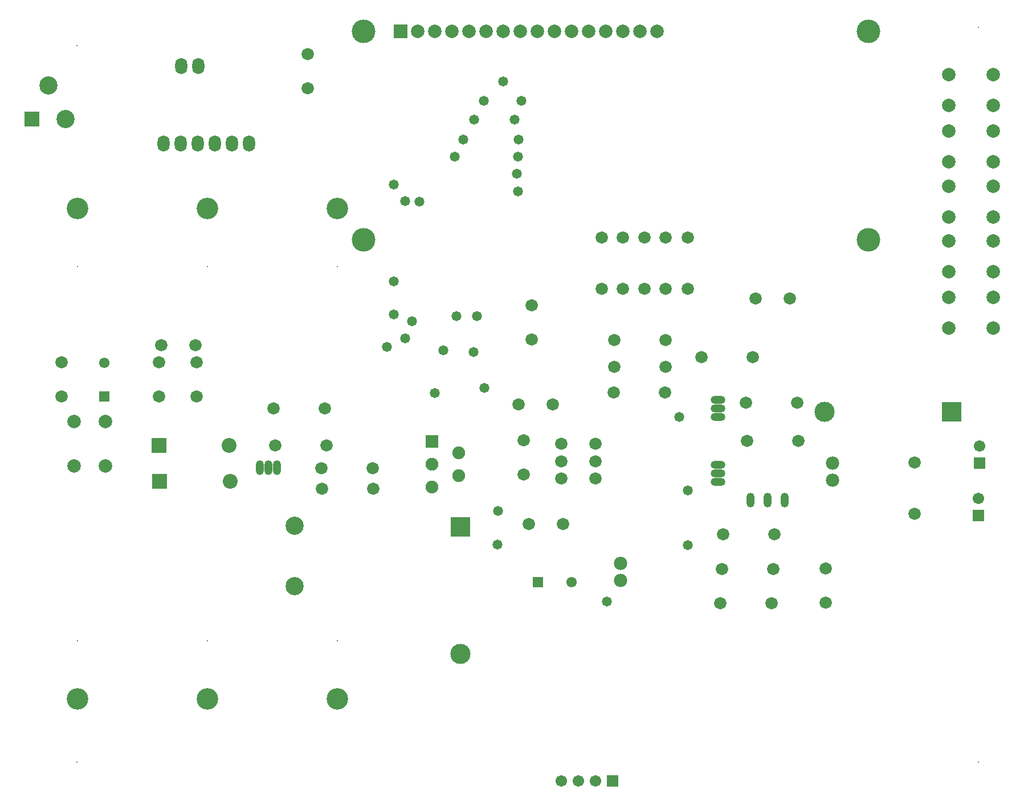
<source format=gbs>
%FSLAX25Y25*%
%MOIN*%
G70*
G01*
G75*
G04 Layer_Color=16711935*
%ADD10R,0.00906X0.07874*%
%ADD11R,0.07874X0.00906*%
%ADD12O,0.00906X0.07874*%
%ADD13C,0.01000*%
%ADD14C,0.01575*%
%ADD15C,0.03937*%
%ADD16C,0.02362*%
%ADD17C,0.01969*%
%ADD18C,0.07087*%
%ADD19C,0.06400*%
%ADD20C,0.06693*%
%ADD21R,0.06693X0.06693*%
%ADD22C,0.11811*%
%ADD23C,0.07087*%
%ADD24R,0.07087X0.07087*%
%ADD25C,0.05906*%
%ADD26R,0.05906X0.05906*%
%ADD27O,0.06299X0.08661*%
%ADD28C,0.09843*%
%ADD29R,0.05906X0.05906*%
%ADD30C,0.05315*%
%ADD31R,0.05315X0.05315*%
%ADD32R,0.11024X0.11024*%
%ADD33C,0.11024*%
%ADD34C,0.07000*%
%ADD35O,0.07874X0.03937*%
%ADD36O,0.07874X0.03937*%
%ADD37R,0.05315X0.05315*%
%ADD38O,0.03937X0.07874*%
%ADD39O,0.03937X0.07874*%
%ADD40C,0.07874*%
%ADD41R,0.07874X0.07874*%
%ADD42R,0.11024X0.11024*%
%ADD43C,0.05000*%
%ADD44C,0.12992*%
%ADD45C,0.02953*%
%ADD46C,0.00984*%
%ADD47C,0.00600*%
%ADD48C,0.00394*%
%ADD49C,0.00787*%
%ADD50C,0.00500*%
%ADD51C,0.00591*%
%ADD52R,0.22047X0.03150*%
%ADD53R,0.03150X0.11024*%
%ADD54R,0.03150X0.22047*%
%ADD55R,0.01706X0.08674*%
%ADD56R,0.08674X0.01706*%
%ADD57O,0.01706X0.08674*%
%ADD58C,0.07887*%
%ADD59C,0.00800*%
%ADD60C,0.07200*%
%ADD61C,0.07493*%
%ADD62R,0.07493X0.07493*%
%ADD63C,0.12611*%
%ADD64C,0.07887*%
%ADD65R,0.07887X0.07887*%
%ADD66C,0.06706*%
%ADD67R,0.06706X0.06706*%
%ADD68O,0.07099X0.09461*%
%ADD69C,0.10642*%
%ADD70R,0.06706X0.06706*%
%ADD71C,0.06115*%
%ADD72R,0.06115X0.06115*%
%ADD73R,0.11824X0.11824*%
%ADD74C,0.11824*%
%ADD75C,0.07800*%
%ADD76O,0.08674X0.04737*%
%ADD77O,0.08674X0.04737*%
%ADD78R,0.06115X0.06115*%
%ADD79O,0.04737X0.08674*%
%ADD80O,0.04737X0.08674*%
%ADD81C,0.08674*%
%ADD82R,0.08674X0.08674*%
%ADD83R,0.11824X0.11824*%
%ADD84C,0.05800*%
%ADD85C,0.13792*%
D58*
X226055Y334992D02*
D03*
X207945D02*
D03*
X226055Y309008D02*
D03*
X207945D02*
D03*
X719508Y440555D02*
D03*
Y422445D02*
D03*
X745492Y440555D02*
D03*
Y422445D02*
D03*
X719508Y472555D02*
D03*
Y454445D02*
D03*
X745492Y472555D02*
D03*
Y454445D02*
D03*
X719508Y505055D02*
D03*
Y486945D02*
D03*
X745492Y505055D02*
D03*
Y486945D02*
D03*
X719508Y538055D02*
D03*
Y519945D02*
D03*
X745492Y538055D02*
D03*
Y519945D02*
D03*
X719508Y407555D02*
D03*
Y389445D02*
D03*
X745492Y407555D02*
D03*
Y389445D02*
D03*
D59*
X737000Y135500D02*
D03*
Y565500D02*
D03*
X209500Y135500D02*
D03*
Y555000D02*
D03*
X210000Y425437D02*
D03*
X285945Y425476D02*
D03*
X361890D02*
D03*
Y206500D02*
D03*
X285945D02*
D03*
X210000D02*
D03*
D60*
X699500Y311000D02*
D03*
Y281000D02*
D03*
X344500Y530000D02*
D03*
Y550000D02*
D03*
X474000Y275000D02*
D03*
X494000D02*
D03*
X605000Y372500D02*
D03*
X575000D02*
D03*
X471000Y324000D02*
D03*
Y304000D02*
D03*
X606500Y407000D02*
D03*
X626500D02*
D03*
X468000Y345000D02*
D03*
X488000D02*
D03*
X513000Y311500D02*
D03*
X493000D02*
D03*
X259000Y379500D02*
D03*
X279000D02*
D03*
X513000Y322000D02*
D03*
X493000D02*
D03*
X475500Y403000D02*
D03*
Y383000D02*
D03*
X279500Y349500D02*
D03*
Y369500D02*
D03*
X257500Y349500D02*
D03*
Y369500D02*
D03*
X647500Y229000D02*
D03*
Y249000D02*
D03*
X601500Y323500D02*
D03*
X631500D02*
D03*
X601000Y346000D02*
D03*
X631000D02*
D03*
X200500Y349500D02*
D03*
Y369500D02*
D03*
X616000Y228500D02*
D03*
X586000D02*
D03*
X354500Y342500D02*
D03*
X324500D02*
D03*
X524000Y367000D02*
D03*
X554000D02*
D03*
Y382500D02*
D03*
X524000D02*
D03*
X325500Y321000D02*
D03*
X355500D02*
D03*
X617000Y248500D02*
D03*
X587000D02*
D03*
X617500Y269000D02*
D03*
X587500D02*
D03*
X567000Y412500D02*
D03*
Y442500D02*
D03*
X382500Y307500D02*
D03*
X352500D02*
D03*
X383000Y295500D02*
D03*
X353000D02*
D03*
X541500Y442500D02*
D03*
Y412500D02*
D03*
X529000Y442500D02*
D03*
Y412500D02*
D03*
X516500Y442500D02*
D03*
Y412500D02*
D03*
X553500Y352000D02*
D03*
X523500D02*
D03*
X554000Y442500D02*
D03*
Y412500D02*
D03*
X513000Y301500D02*
D03*
X493000D02*
D03*
D61*
X417126Y296614D02*
D03*
X432874Y303307D02*
D03*
X417126Y310000D02*
D03*
X432874Y316693D02*
D03*
D62*
X417126Y323386D02*
D03*
D63*
X210000Y459492D02*
D03*
X285945D02*
D03*
X361890D02*
D03*
Y172484D02*
D03*
X285945D02*
D03*
X210000D02*
D03*
D64*
X548996Y563390D02*
D03*
X538996D02*
D03*
X528996D02*
D03*
X518996D02*
D03*
X508996D02*
D03*
X498996D02*
D03*
X488996D02*
D03*
X478996D02*
D03*
X468996D02*
D03*
X458996D02*
D03*
X448996D02*
D03*
X438996D02*
D03*
X428996D02*
D03*
X418996D02*
D03*
X408996D02*
D03*
D65*
X398996D02*
D03*
D66*
X493000Y124500D02*
D03*
X503000D02*
D03*
X513000D02*
D03*
X737500Y320500D02*
D03*
X737000Y290000D02*
D03*
D67*
X523000Y124500D02*
D03*
D68*
X310201Y497484D02*
D03*
X290201D02*
D03*
X280201D02*
D03*
X270201D02*
D03*
X260201D02*
D03*
X300201D02*
D03*
X270437Y542760D02*
D03*
X280437D02*
D03*
D69*
X337000Y238500D02*
D03*
Y273933D02*
D03*
X192972Y531685D02*
D03*
X202815Y512000D02*
D03*
D70*
X737500Y310500D02*
D03*
X737000Y280000D02*
D03*
D71*
X498842Y241000D02*
D03*
X225500Y369342D02*
D03*
D72*
X479157Y241000D02*
D03*
D73*
X434000Y273087D02*
D03*
D74*
Y198913D02*
D03*
X646913Y340500D02*
D03*
D75*
X651500Y310500D02*
D03*
Y300500D02*
D03*
X527500Y252000D02*
D03*
Y242000D02*
D03*
D76*
X584500Y347500D02*
D03*
Y337500D02*
D03*
Y309500D02*
D03*
Y299500D02*
D03*
D77*
Y342500D02*
D03*
Y304500D02*
D03*
D78*
X225500Y349658D02*
D03*
D79*
X623500Y289000D02*
D03*
X326500Y308000D02*
D03*
X316500D02*
D03*
D80*
X613500Y289000D02*
D03*
X603500D02*
D03*
X321500Y308000D02*
D03*
D81*
X298590Y321000D02*
D03*
X299091Y300000D02*
D03*
D82*
X257410Y321000D02*
D03*
X257909Y300000D02*
D03*
X183130Y512000D02*
D03*
D83*
X721087Y340500D02*
D03*
D84*
X519500Y229500D02*
D03*
X567000Y262500D02*
D03*
Y294500D02*
D03*
X562000Y337500D02*
D03*
X458996Y534004D02*
D03*
X469500Y522500D02*
D03*
X447500D02*
D03*
X465500Y511500D02*
D03*
X442000D02*
D03*
X468000Y500000D02*
D03*
X435500D02*
D03*
X467500Y490000D02*
D03*
X430500D02*
D03*
X467000Y480000D02*
D03*
X467500Y469500D02*
D03*
X391000Y378500D02*
D03*
X395000Y397500D02*
D03*
Y473500D02*
D03*
Y417000D02*
D03*
X401500Y383500D02*
D03*
Y464000D02*
D03*
X410000Y463500D02*
D03*
X424000Y376500D02*
D03*
X419000Y351500D02*
D03*
X431500Y396500D02*
D03*
X443500D02*
D03*
X448000Y354500D02*
D03*
X456000Y282500D02*
D03*
X455500Y263000D02*
D03*
X405500Y393500D02*
D03*
X441500Y375500D02*
D03*
D85*
X377343Y441342D02*
D03*
X672618D02*
D03*
Y563390D02*
D03*
X377343D02*
D03*
M02*

</source>
